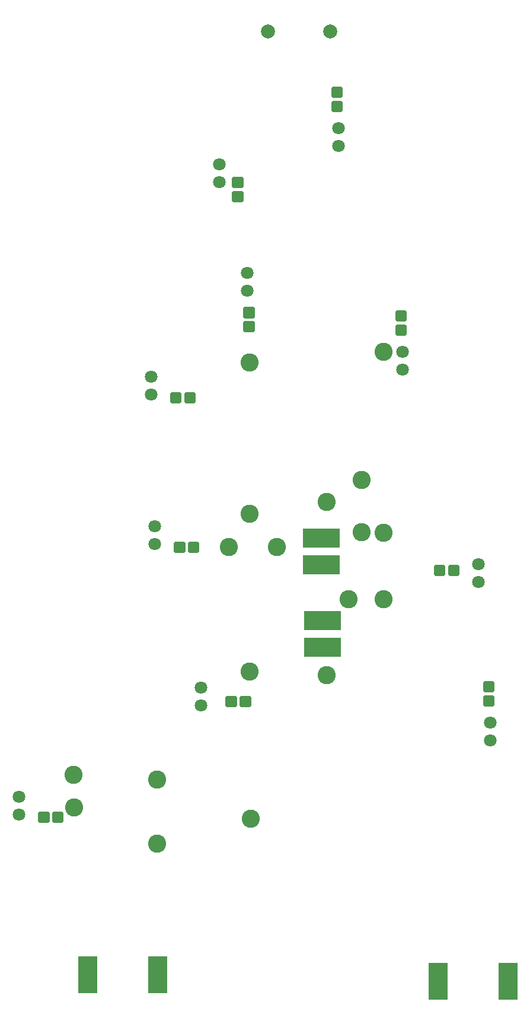
<source format=gbr>
G04 EAGLE Gerber RS-274X export*
G75*
%MOMM*%
%FSLAX34Y34*%
%LPD*%
%INSoldermask Bottom*%
%IPPOS*%
%AMOC8*
5,1,8,0,0,1.08239X$1,22.5*%
G01*
%ADD10R,2.743200X5.283200*%
%ADD11R,5.283200X2.743200*%
%ADD12C,2.003200*%
%ADD13C,1.803200*%
%ADD14C,0.480959*%
%ADD15C,2.603200*%


D10*
X624530Y36210D03*
X724530Y36210D03*
X224530Y45410D03*
X124530Y45410D03*
D11*
X458460Y630330D03*
X458460Y668430D03*
X459730Y512690D03*
X459730Y550790D03*
D12*
X470800Y1391500D03*
D13*
X286600Y454800D03*
X286600Y429400D03*
X214900Y898300D03*
X214900Y872900D03*
X220200Y685100D03*
X220200Y659700D03*
X352700Y1046500D03*
X352700Y1021100D03*
X682700Y605500D03*
X682700Y630900D03*
X482800Y1227900D03*
X482800Y1253300D03*
X312500Y1201800D03*
X312500Y1176400D03*
X699600Y379600D03*
X699600Y405000D03*
X26300Y299300D03*
X26300Y273900D03*
X574100Y909100D03*
X574100Y934500D03*
D12*
X381900Y1391500D03*
D14*
X335111Y429589D02*
X323889Y429589D01*
X323889Y440811D01*
X335111Y440811D01*
X335111Y429589D01*
X335111Y434158D02*
X323889Y434158D01*
X323889Y438727D02*
X335111Y438727D01*
X344079Y429589D02*
X355301Y429589D01*
X344079Y429589D02*
X344079Y440811D01*
X355301Y440811D01*
X355301Y429589D01*
X355301Y434158D02*
X344079Y434158D01*
X344079Y438727D02*
X355301Y438727D01*
X256011Y863189D02*
X244789Y863189D01*
X244789Y874411D01*
X256011Y874411D01*
X256011Y863189D01*
X256011Y867758D02*
X244789Y867758D01*
X244789Y872327D02*
X256011Y872327D01*
X264979Y863189D02*
X276201Y863189D01*
X264979Y863189D02*
X264979Y874411D01*
X276201Y874411D01*
X276201Y863189D01*
X276201Y867758D02*
X264979Y867758D01*
X264979Y872327D02*
X276201Y872327D01*
X261311Y649989D02*
X250089Y649989D01*
X250089Y661211D01*
X261311Y661211D01*
X261311Y649989D01*
X261311Y654558D02*
X250089Y654558D01*
X250089Y659127D02*
X261311Y659127D01*
X270279Y649989D02*
X281501Y649989D01*
X270279Y649989D02*
X270279Y661211D01*
X281501Y661211D01*
X281501Y649989D01*
X281501Y654558D02*
X270279Y654558D01*
X270279Y659127D02*
X281501Y659127D01*
X349289Y984589D02*
X349289Y995811D01*
X360511Y995811D01*
X360511Y984589D01*
X349289Y984589D01*
X349289Y989158D02*
X360511Y989158D01*
X360511Y993727D02*
X349289Y993727D01*
X349289Y975621D02*
X349289Y964399D01*
X349289Y975621D02*
X360511Y975621D01*
X360511Y964399D01*
X349289Y964399D01*
X349289Y968968D02*
X360511Y968968D01*
X360511Y973537D02*
X349289Y973537D01*
X641589Y627911D02*
X652811Y627911D01*
X652811Y616689D01*
X641589Y616689D01*
X641589Y627911D01*
X641589Y621258D02*
X652811Y621258D01*
X652811Y625827D02*
X641589Y625827D01*
X632621Y627911D02*
X621399Y627911D01*
X632621Y627911D02*
X632621Y616689D01*
X621399Y616689D01*
X621399Y627911D01*
X621399Y621258D02*
X632621Y621258D01*
X632621Y625827D02*
X621399Y625827D01*
X486211Y1278589D02*
X486211Y1289811D01*
X486211Y1278589D02*
X474989Y1278589D01*
X474989Y1289811D01*
X486211Y1289811D01*
X486211Y1283158D02*
X474989Y1283158D01*
X474989Y1287727D02*
X486211Y1287727D01*
X486211Y1298779D02*
X486211Y1310001D01*
X486211Y1298779D02*
X474989Y1298779D01*
X474989Y1310001D01*
X486211Y1310001D01*
X486211Y1303348D02*
X474989Y1303348D01*
X474989Y1307917D02*
X486211Y1307917D01*
X333089Y1181411D02*
X333089Y1170189D01*
X333089Y1181411D02*
X344311Y1181411D01*
X344311Y1170189D01*
X333089Y1170189D01*
X333089Y1174758D02*
X344311Y1174758D01*
X344311Y1179327D02*
X333089Y1179327D01*
X333089Y1161221D02*
X333089Y1149999D01*
X333089Y1161221D02*
X344311Y1161221D01*
X344311Y1149999D01*
X333089Y1149999D01*
X333089Y1154568D02*
X344311Y1154568D01*
X344311Y1159137D02*
X333089Y1159137D01*
X703011Y441511D02*
X703011Y430289D01*
X691789Y430289D01*
X691789Y441511D01*
X703011Y441511D01*
X703011Y434858D02*
X691789Y434858D01*
X691789Y439427D02*
X703011Y439427D01*
X703011Y450479D02*
X703011Y461701D01*
X703011Y450479D02*
X691789Y450479D01*
X691789Y461701D01*
X703011Y461701D01*
X703011Y455048D02*
X691789Y455048D01*
X691789Y459617D02*
X703011Y459617D01*
X67411Y264189D02*
X56189Y264189D01*
X56189Y275411D01*
X67411Y275411D01*
X67411Y264189D01*
X67411Y268758D02*
X56189Y268758D01*
X56189Y273327D02*
X67411Y273327D01*
X76379Y264189D02*
X87601Y264189D01*
X76379Y264189D02*
X76379Y275411D01*
X87601Y275411D01*
X87601Y264189D01*
X87601Y268758D02*
X76379Y268758D01*
X76379Y273327D02*
X87601Y273327D01*
X577511Y959789D02*
X577511Y971011D01*
X577511Y959789D02*
X566289Y959789D01*
X566289Y971011D01*
X577511Y971011D01*
X577511Y964358D02*
X566289Y964358D01*
X566289Y968927D02*
X577511Y968927D01*
X577511Y979979D02*
X577511Y991201D01*
X577511Y979979D02*
X566289Y979979D01*
X566289Y991201D01*
X577511Y991201D01*
X577511Y984548D02*
X566289Y984548D01*
X566289Y989117D02*
X577511Y989117D01*
D15*
X104000Y331000D03*
X105000Y284000D03*
X516000Y677000D03*
X516000Y751000D03*
X224000Y232000D03*
X224000Y324000D03*
X395000Y656000D03*
X326000Y656000D03*
X497000Y581000D03*
X547000Y581000D03*
X356000Y919000D03*
X356000Y703000D03*
X356000Y478000D03*
X357000Y268000D03*
X547000Y676000D03*
X547000Y934000D03*
X466000Y720000D03*
X466000Y473000D03*
M02*

</source>
